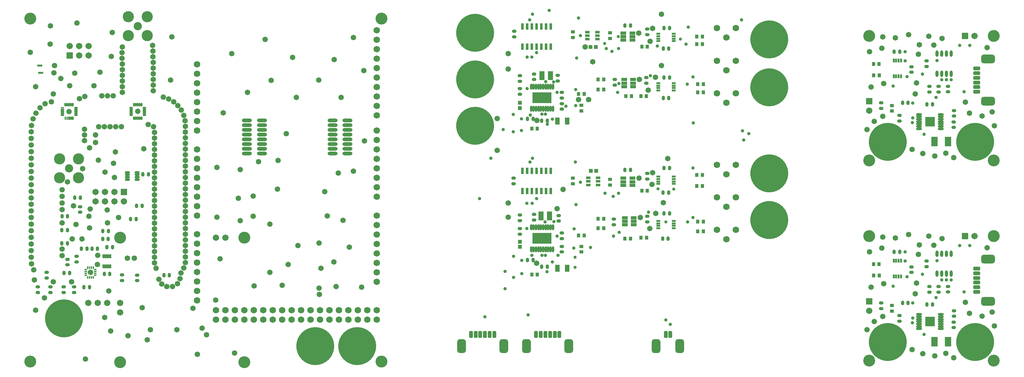
<source format=gts>
%FSLAX25Y25*%
%MOIN*%
G70*
G01*
G75*
G04 Layer_Color=8388736*
%ADD10O,0.02362X0.05906*%
G04:AMPARAMS|DCode=11|XSize=23.62mil|YSize=35.43mil|CornerRadius=5.91mil|HoleSize=0mil|Usage=FLASHONLY|Rotation=180.000|XOffset=0mil|YOffset=0mil|HoleType=Round|Shape=RoundedRectangle|*
%AMROUNDEDRECTD11*
21,1,0.02362,0.02362,0,0,180.0*
21,1,0.01181,0.03543,0,0,180.0*
1,1,0.01181,-0.00591,0.01181*
1,1,0.01181,0.00591,0.01181*
1,1,0.01181,0.00591,-0.01181*
1,1,0.01181,-0.00591,-0.01181*
%
%ADD11ROUNDEDRECTD11*%
%ADD12R,0.01654X0.03500*%
%ADD13R,0.03543X0.02756*%
G04:AMPARAMS|DCode=14|XSize=23.62mil|YSize=35.43mil|CornerRadius=5.91mil|HoleSize=0mil|Usage=FLASHONLY|Rotation=270.000|XOffset=0mil|YOffset=0mil|HoleType=Round|Shape=RoundedRectangle|*
%AMROUNDEDRECTD14*
21,1,0.02362,0.02362,0,0,270.0*
21,1,0.01181,0.03543,0,0,270.0*
1,1,0.01181,-0.01181,-0.00591*
1,1,0.01181,-0.01181,0.00591*
1,1,0.01181,0.01181,0.00591*
1,1,0.01181,0.01181,-0.00591*
%
%ADD14ROUNDEDRECTD14*%
%ADD15R,0.05906X0.09449*%
%ADD16R,0.09685X0.09095*%
%ADD17O,0.05512X0.01772*%
%ADD18R,0.02756X0.03543*%
G04:AMPARAMS|DCode=19|XSize=31.5mil|YSize=66.93mil|CornerRadius=7.87mil|HoleSize=0mil|Usage=FLASHONLY|Rotation=90.000|XOffset=0mil|YOffset=0mil|HoleType=Round|Shape=RoundedRectangle|*
%AMROUNDEDRECTD19*
21,1,0.03150,0.05118,0,0,90.0*
21,1,0.01575,0.06693,0,0,90.0*
1,1,0.01575,0.02559,0.00787*
1,1,0.01575,0.02559,-0.00787*
1,1,0.01575,-0.02559,-0.00787*
1,1,0.01575,-0.02559,0.00787*
%
%ADD19ROUNDEDRECTD19*%
G04:AMPARAMS|DCode=20|XSize=82.68mil|YSize=137.8mil|CornerRadius=20.67mil|HoleSize=0mil|Usage=FLASHONLY|Rotation=90.000|XOffset=0mil|YOffset=0mil|HoleType=Round|Shape=RoundedRectangle|*
%AMROUNDEDRECTD20*
21,1,0.08268,0.09646,0,0,90.0*
21,1,0.04134,0.13780,0,0,90.0*
1,1,0.04134,0.04823,0.02067*
1,1,0.04134,0.04823,-0.02067*
1,1,0.04134,-0.04823,-0.02067*
1,1,0.04134,-0.04823,0.02067*
%
%ADD20ROUNDEDRECTD20*%
%ADD21C,0.01181*%
%ADD22C,0.00787*%
%ADD23C,0.01969*%
%ADD24C,0.04331*%
%ADD25C,0.07874*%
%ADD26C,0.05512*%
%ADD27C,0.04724*%
%ADD28C,0.05906*%
%ADD29C,0.01000*%
%ADD30C,0.11798*%
%ADD31O,0.09843X0.02953*%
%ADD32O,0.04803X0.01575*%
%ADD33R,0.08661X0.03150*%
%ADD34O,0.01102X0.02520*%
%ADD35O,0.02520X0.01102*%
%ADD36O,0.00984X0.03189*%
%ADD37O,0.03189X0.00984*%
%ADD38R,0.01969X0.01181*%
%ADD39C,0.03937*%
%ADD40C,0.07087*%
%ADD41C,0.11794*%
%ADD42C,0.01102*%
%ADD43R,0.08071X0.08268*%
%ADD44R,0.07185X0.07677*%
%ADD45R,0.02362X0.05906*%
%ADD46R,0.04331X0.06693*%
%ADD47R,0.04449X0.08740*%
%ADD48R,0.03543X0.03150*%
%ADD49R,0.19488X0.10787*%
%ADD50O,0.01772X0.05512*%
%ADD51R,0.04331X0.02362*%
%ADD52R,0.05118X0.02756*%
%ADD53R,0.03500X0.01654*%
G04:AMPARAMS|DCode=54|XSize=31.5mil|YSize=66.93mil|CornerRadius=7.87mil|HoleSize=0mil|Usage=FLASHONLY|Rotation=0.000|XOffset=0mil|YOffset=0mil|HoleType=Round|Shape=RoundedRectangle|*
%AMROUNDEDRECTD54*
21,1,0.03150,0.05118,0,0,0.0*
21,1,0.01575,0.06693,0,0,0.0*
1,1,0.01575,0.00787,-0.02559*
1,1,0.01575,-0.00787,-0.02559*
1,1,0.01575,-0.00787,0.02559*
1,1,0.01575,0.00787,0.02559*
%
%ADD54ROUNDEDRECTD54*%
G04:AMPARAMS|DCode=55|XSize=82.68mil|YSize=137.8mil|CornerRadius=20.67mil|HoleSize=0mil|Usage=FLASHONLY|Rotation=0.000|XOffset=0mil|YOffset=0mil|HoleType=Round|Shape=RoundedRectangle|*
%AMROUNDEDRECTD55*
21,1,0.08268,0.09646,0,0,0.0*
21,1,0.04134,0.13780,0,0,0.0*
1,1,0.04134,0.02067,-0.04823*
1,1,0.04134,-0.02067,-0.04823*
1,1,0.04134,-0.02067,0.04823*
1,1,0.04134,0.02067,0.04823*
%
%ADD55ROUNDEDRECTD55*%
%ADD56R,0.03150X0.03543*%
%ADD57C,0.02756*%
%ADD58C,0.01575*%
%ADD59C,0.02362*%
%ADD60C,0.03150*%
%ADD61C,0.01772*%
%ADD62C,0.03543*%
%ADD63C,0.39370*%
%ADD64C,0.05906*%
%ADD65R,0.05906X0.05906*%
%ADD66R,0.05906X0.05906*%
%ADD67C,0.11811*%
%ADD68C,0.05000*%
%ADD69C,0.02756*%
%ADD70C,0.06000*%
%ADD71C,0.11024*%
%ADD72C,0.07874*%
%ADD73C,0.02559*%
%ADD74C,0.00984*%
%ADD75C,0.00492*%
%ADD76C,0.00394*%
%ADD77O,0.03162X0.06706*%
G04:AMPARAMS|DCode=78|XSize=31.62mil|YSize=43.43mil|CornerRadius=9.91mil|HoleSize=0mil|Usage=FLASHONLY|Rotation=180.000|XOffset=0mil|YOffset=0mil|HoleType=Round|Shape=RoundedRectangle|*
%AMROUNDEDRECTD78*
21,1,0.03162,0.02362,0,0,180.0*
21,1,0.01181,0.04343,0,0,180.0*
1,1,0.01981,-0.00591,0.01181*
1,1,0.01981,0.00591,0.01181*
1,1,0.01981,0.00591,-0.01181*
1,1,0.01981,-0.00591,-0.01181*
%
%ADD78ROUNDEDRECTD78*%
%ADD79R,0.02454X0.04300*%
%ADD80R,0.04343X0.03556*%
G04:AMPARAMS|DCode=81|XSize=31.62mil|YSize=43.43mil|CornerRadius=9.91mil|HoleSize=0mil|Usage=FLASHONLY|Rotation=270.000|XOffset=0mil|YOffset=0mil|HoleType=Round|Shape=RoundedRectangle|*
%AMROUNDEDRECTD81*
21,1,0.03162,0.02362,0,0,270.0*
21,1,0.01181,0.04343,0,0,270.0*
1,1,0.01981,-0.01181,-0.00591*
1,1,0.01981,-0.01181,0.00591*
1,1,0.01981,0.01181,0.00591*
1,1,0.01981,0.01181,-0.00591*
%
%ADD81ROUNDEDRECTD81*%
%ADD82R,0.06706X0.10249*%
%ADD83R,0.10485X0.09894*%
%ADD84O,0.06312X0.02572*%
%ADD85R,0.03556X0.04343*%
G04:AMPARAMS|DCode=86|XSize=39.5mil|YSize=74.93mil|CornerRadius=11.87mil|HoleSize=0mil|Usage=FLASHONLY|Rotation=90.000|XOffset=0mil|YOffset=0mil|HoleType=Round|Shape=RoundedRectangle|*
%AMROUNDEDRECTD86*
21,1,0.03950,0.05118,0,0,90.0*
21,1,0.01575,0.07493,0,0,90.0*
1,1,0.02375,0.02559,0.00787*
1,1,0.02375,0.02559,-0.00787*
1,1,0.02375,-0.02559,-0.00787*
1,1,0.02375,-0.02559,0.00787*
%
%ADD86ROUNDEDRECTD86*%
G04:AMPARAMS|DCode=87|XSize=90.68mil|YSize=145.79mil|CornerRadius=24.67mil|HoleSize=0mil|Usage=FLASHONLY|Rotation=90.000|XOffset=0mil|YOffset=0mil|HoleType=Round|Shape=RoundedRectangle|*
%AMROUNDEDRECTD87*
21,1,0.09068,0.09646,0,0,90.0*
21,1,0.04134,0.14579,0,0,90.0*
1,1,0.04934,0.04823,0.02067*
1,1,0.04934,0.04823,-0.02067*
1,1,0.04934,-0.04823,-0.02067*
1,1,0.04934,-0.04823,0.02067*
%
%ADD87ROUNDEDRECTD87*%
%ADD88O,0.10642X0.03753*%
%ADD89O,0.05603X0.02375*%
%ADD90R,0.09461X0.03950*%
%ADD91O,0.01496X0.02913*%
%ADD92O,0.02913X0.01496*%
%ADD93O,0.01784X0.03989*%
%ADD94O,0.03989X0.01784*%
%ADD95O,0.01575X0.03780*%
%ADD96O,0.03780X0.01575*%
%ADD97R,0.02769X0.01981*%
%ADD98R,0.03162X0.06706*%
%ADD99R,0.05131X0.07493*%
%ADD100R,0.05249X0.09540*%
%ADD101R,0.04343X0.03950*%
%ADD102R,0.20288X0.11587*%
%ADD103O,0.02572X0.06312*%
%ADD104R,0.05131X0.03162*%
%ADD105R,0.05918X0.03556*%
%ADD106R,0.04300X0.02454*%
G04:AMPARAMS|DCode=107|XSize=39.5mil|YSize=74.93mil|CornerRadius=11.87mil|HoleSize=0mil|Usage=FLASHONLY|Rotation=0.000|XOffset=0mil|YOffset=0mil|HoleType=Round|Shape=RoundedRectangle|*
%AMROUNDEDRECTD107*
21,1,0.03950,0.05118,0,0,0.0*
21,1,0.01575,0.07493,0,0,0.0*
1,1,0.02375,0.00787,-0.02559*
1,1,0.02375,-0.00787,-0.02559*
1,1,0.02375,-0.00787,0.02559*
1,1,0.02375,0.00787,0.02559*
%
%ADD107ROUNDEDRECTD107*%
G04:AMPARAMS|DCode=108|XSize=90.68mil|YSize=145.79mil|CornerRadius=24.67mil|HoleSize=0mil|Usage=FLASHONLY|Rotation=0.000|XOffset=0mil|YOffset=0mil|HoleType=Round|Shape=RoundedRectangle|*
%AMROUNDEDRECTD108*
21,1,0.09068,0.09646,0,0,0.0*
21,1,0.04134,0.14579,0,0,0.0*
1,1,0.04934,0.02067,-0.04823*
1,1,0.04934,-0.02067,-0.04823*
1,1,0.04934,-0.02067,0.04823*
1,1,0.04934,0.02067,0.04823*
%
%ADD108ROUNDEDRECTD108*%
%ADD109R,0.03950X0.04343*%
%ADD110C,0.40170*%
%ADD111C,0.06706*%
%ADD112R,0.06706X0.06706*%
%ADD113R,0.06706X0.06706*%
%ADD114C,0.12611*%
%ADD115C,0.05800*%
%ADD116C,0.03556*%
%ADD117C,0.06800*%
%ADD118C,0.11824*%
%ADD119C,0.08674*%
%ADD120C,0.03359*%
D77*
X1142736Y278543D02*
D03*
X1137736D02*
D03*
X1132736D02*
D03*
X1127736D02*
D03*
X1142736Y257283D02*
D03*
X1137736D02*
D03*
X1132736D02*
D03*
X1127736D02*
D03*
X1142736Y490158D02*
D03*
X1137736D02*
D03*
X1132736D02*
D03*
X1127736D02*
D03*
X1142736Y468898D02*
D03*
X1137736D02*
D03*
X1132736D02*
D03*
X1127736D02*
D03*
D78*
X1082480Y280413D02*
D03*
X1088386D02*
D03*
X1117224Y224803D02*
D03*
X1123130D02*
D03*
X1091437Y226477D02*
D03*
X1097342D02*
D03*
X294193Y362402D02*
D03*
X288287D02*
D03*
X281201Y315158D02*
D03*
X275295D02*
D03*
X202793Y318234D02*
D03*
X208698D02*
D03*
X202537Y303547D02*
D03*
X208443D02*
D03*
X202537Y289374D02*
D03*
X208443D02*
D03*
X210827Y258169D02*
D03*
X204921D02*
D03*
X316287Y255726D02*
D03*
X310382D02*
D03*
X256059Y285252D02*
D03*
X250153D02*
D03*
X251870Y302263D02*
D03*
X245965D02*
D03*
X245768Y294193D02*
D03*
X251673D02*
D03*
X234449Y283859D02*
D03*
X240354D02*
D03*
X229099Y283734D02*
D03*
X223193D02*
D03*
X231798Y242934D02*
D03*
X225893D02*
D03*
X247462Y256909D02*
D03*
X253368D02*
D03*
X222098Y337834D02*
D03*
X216193D02*
D03*
X281693Y328937D02*
D03*
X287598D02*
D03*
X694882Y271851D02*
D03*
X700787D02*
D03*
X838189Y343111D02*
D03*
X844094D02*
D03*
X837795Y294292D02*
D03*
X843701D02*
D03*
X839370Y321063D02*
D03*
X845276D02*
D03*
X798032Y519882D02*
D03*
X803937D02*
D03*
X694882Y421063D02*
D03*
X700787D02*
D03*
X715748Y419094D02*
D03*
X709842D02*
D03*
X838386Y443111D02*
D03*
X844291D02*
D03*
X839370Y464764D02*
D03*
X845276D02*
D03*
X839370Y516929D02*
D03*
X845276D02*
D03*
X838386Y495276D02*
D03*
X844291D02*
D03*
X715748Y264763D02*
D03*
X709842D02*
D03*
X839370Y369095D02*
D03*
X845276D02*
D03*
X798032Y367126D02*
D03*
X803937D02*
D03*
X1082480Y492027D02*
D03*
X1088386D02*
D03*
X1117224Y436417D02*
D03*
X1123130D02*
D03*
X1091437Y438091D02*
D03*
X1097342D02*
D03*
D79*
X1089764Y270986D02*
D03*
X1087205D02*
D03*
X1084646D02*
D03*
X1082087D02*
D03*
X1089764Y254408D02*
D03*
X1087205D02*
D03*
X1084646D02*
D03*
X1082087D02*
D03*
X1089764Y482600D02*
D03*
X1087205D02*
D03*
X1084646D02*
D03*
X1082087D02*
D03*
X1089764Y466022D02*
D03*
X1087205D02*
D03*
X1084646D02*
D03*
X1082087D02*
D03*
D80*
X1080217Y223622D02*
D03*
Y217717D02*
D03*
X742913Y507087D02*
D03*
Y512992D02*
D03*
X782283Y512008D02*
D03*
Y506102D02*
D03*
X751772Y286221D02*
D03*
Y280315D02*
D03*
X782283Y357087D02*
D03*
Y351181D02*
D03*
X742913Y352362D02*
D03*
Y358268D02*
D03*
X751772Y435433D02*
D03*
Y429528D02*
D03*
X1080217Y435236D02*
D03*
Y429331D02*
D03*
D81*
X1068898Y220472D02*
D03*
Y226378D02*
D03*
X1145768Y218209D02*
D03*
Y212303D02*
D03*
X1145571Y206201D02*
D03*
Y200295D02*
D03*
X1139469Y243898D02*
D03*
Y237992D02*
D03*
X1129528Y243701D02*
D03*
Y237795D02*
D03*
X1119783D02*
D03*
Y243701D02*
D03*
X1116732Y270669D02*
D03*
Y264764D02*
D03*
X1100885Y264567D02*
D03*
Y258661D02*
D03*
X1088090Y207087D02*
D03*
Y212992D02*
D03*
X177345Y237381D02*
D03*
Y243287D02*
D03*
X190445Y237481D02*
D03*
Y243387D02*
D03*
X204545Y237481D02*
D03*
Y243387D02*
D03*
X215445Y237481D02*
D03*
Y243387D02*
D03*
X266163Y250019D02*
D03*
Y255925D02*
D03*
X282145Y249981D02*
D03*
Y255887D02*
D03*
X218146Y275687D02*
D03*
Y269781D02*
D03*
X208546Y266581D02*
D03*
Y272487D02*
D03*
X186417Y258661D02*
D03*
Y252756D02*
D03*
X221745Y328187D02*
D03*
Y322281D02*
D03*
X731102Y280315D02*
D03*
Y286221D02*
D03*
X731103Y300394D02*
D03*
Y294488D02*
D03*
X727756Y318898D02*
D03*
Y312992D02*
D03*
X701772Y320079D02*
D03*
Y314173D02*
D03*
X686811Y313386D02*
D03*
Y319291D02*
D03*
Y299213D02*
D03*
Y305118D02*
D03*
X821456Y312205D02*
D03*
Y318110D02*
D03*
X821653Y510039D02*
D03*
Y515945D02*
D03*
X726969Y466929D02*
D03*
Y461024D02*
D03*
X701772Y468504D02*
D03*
Y462598D02*
D03*
X686811Y460827D02*
D03*
Y466732D02*
D03*
Y447047D02*
D03*
Y452953D02*
D03*
X731102Y431299D02*
D03*
Y437205D02*
D03*
X731103Y449016D02*
D03*
Y443110D02*
D03*
X787205Y462598D02*
D03*
Y456693D02*
D03*
X820669Y458858D02*
D03*
Y464764D02*
D03*
X786221Y314961D02*
D03*
Y309055D02*
D03*
X821653Y357480D02*
D03*
Y363386D02*
D03*
X680118Y352362D02*
D03*
Y358268D02*
D03*
X680905Y507874D02*
D03*
Y513779D02*
D03*
X1068898Y432087D02*
D03*
Y437992D02*
D03*
X1145768Y429823D02*
D03*
Y423917D02*
D03*
X1145571Y417815D02*
D03*
Y411909D02*
D03*
X1139469Y455512D02*
D03*
Y449606D02*
D03*
X1129528Y455315D02*
D03*
Y449409D02*
D03*
X1119783D02*
D03*
Y455315D02*
D03*
X1116732Y482283D02*
D03*
Y476378D02*
D03*
X1100885Y476181D02*
D03*
Y470276D02*
D03*
X1088090Y418701D02*
D03*
Y424606D02*
D03*
D82*
X1139665Y185531D02*
D03*
X1125098D02*
D03*
X1139665Y397146D02*
D03*
X1125098D02*
D03*
D83*
X1120374Y206594D02*
D03*
Y418209D02*
D03*
D84*
X1131988Y198917D02*
D03*
Y201476D02*
D03*
Y204035D02*
D03*
Y206594D02*
D03*
Y209154D02*
D03*
Y211713D02*
D03*
Y214272D02*
D03*
X1108760Y198917D02*
D03*
Y201476D02*
D03*
Y204035D02*
D03*
Y206594D02*
D03*
Y209154D02*
D03*
Y211713D02*
D03*
Y214272D02*
D03*
X1131988Y410532D02*
D03*
Y413091D02*
D03*
Y415650D02*
D03*
Y418209D02*
D03*
Y420768D02*
D03*
Y423327D02*
D03*
Y425886D02*
D03*
X1108760Y410532D02*
D03*
Y413091D02*
D03*
Y415650D02*
D03*
Y418209D02*
D03*
Y420768D02*
D03*
Y423327D02*
D03*
Y425886D02*
D03*
D85*
X1066634Y267520D02*
D03*
X1060728D02*
D03*
X1060925Y255512D02*
D03*
X1066831D02*
D03*
X705315Y256496D02*
D03*
X699409D02*
D03*
X748819Y297835D02*
D03*
X754724D02*
D03*
X798032Y294291D02*
D03*
X803937D02*
D03*
X820866Y295473D02*
D03*
X814961D02*
D03*
X879724Y361614D02*
D03*
X873819D02*
D03*
X873819Y350197D02*
D03*
X879724D02*
D03*
X880709Y312402D02*
D03*
X874803D02*
D03*
X874803Y302165D02*
D03*
X880709D02*
D03*
X769488Y462795D02*
D03*
X775394D02*
D03*
X769488Y451968D02*
D03*
X775394D02*
D03*
X873819Y500197D02*
D03*
X879724D02*
D03*
X799016Y445079D02*
D03*
X804921D02*
D03*
X821654Y497244D02*
D03*
X815748D02*
D03*
X820669Y445079D02*
D03*
X814764D02*
D03*
X874803Y449016D02*
D03*
X880709D02*
D03*
X880709Y457874D02*
D03*
X874803D02*
D03*
X873819Y508071D02*
D03*
X879724D02*
D03*
X705315Y410827D02*
D03*
X699409D02*
D03*
X769488Y315551D02*
D03*
X775394D02*
D03*
X769488Y305315D02*
D03*
X775394D02*
D03*
X821654Y345079D02*
D03*
X815748D02*
D03*
X748819Y447441D02*
D03*
X754724D02*
D03*
X1066634Y479134D02*
D03*
X1060728D02*
D03*
X1060925Y467126D02*
D03*
X1066831D02*
D03*
D86*
X1169783Y262697D02*
D03*
Y238090D02*
D03*
Y257776D02*
D03*
Y252854D02*
D03*
Y247933D02*
D03*
Y243012D02*
D03*
Y474311D02*
D03*
Y449705D02*
D03*
Y469390D02*
D03*
Y464468D02*
D03*
Y459547D02*
D03*
Y454626D02*
D03*
D87*
X1181988Y228051D02*
D03*
Y272736D02*
D03*
Y439665D02*
D03*
Y484350D02*
D03*
D88*
X488878Y419488D02*
D03*
Y414488D02*
D03*
Y409488D02*
D03*
Y404488D02*
D03*
Y399488D02*
D03*
Y394488D02*
D03*
Y389488D02*
D03*
Y384488D02*
D03*
X504626Y419488D02*
D03*
Y414488D02*
D03*
Y409488D02*
D03*
Y404488D02*
D03*
Y399488D02*
D03*
Y394488D02*
D03*
Y389488D02*
D03*
Y384488D02*
D03*
X398327Y419488D02*
D03*
Y414488D02*
D03*
Y409488D02*
D03*
Y404488D02*
D03*
Y399488D02*
D03*
Y394488D02*
D03*
Y389488D02*
D03*
Y384488D02*
D03*
X414075Y419488D02*
D03*
Y414488D02*
D03*
Y409488D02*
D03*
Y404488D02*
D03*
Y399488D02*
D03*
Y394488D02*
D03*
Y389488D02*
D03*
Y384488D02*
D03*
D89*
X271772Y364567D02*
D03*
Y362008D02*
D03*
Y359449D02*
D03*
Y356890D02*
D03*
X282087Y364567D02*
D03*
Y362008D02*
D03*
Y359449D02*
D03*
Y356890D02*
D03*
D90*
X250146Y275749D02*
D03*
Y265119D02*
D03*
D91*
X229922Y263780D02*
D03*
X231890D02*
D03*
X233858D02*
D03*
X235827D02*
D03*
Y253543D02*
D03*
X233858D02*
D03*
X231890D02*
D03*
X229922D02*
D03*
D92*
X237992Y261614D02*
D03*
Y259646D02*
D03*
Y257677D02*
D03*
Y255709D02*
D03*
X227756D02*
D03*
Y257677D02*
D03*
Y259646D02*
D03*
Y261614D02*
D03*
D93*
X206339Y436063D02*
D03*
X208307D02*
D03*
X210276D02*
D03*
X212244D02*
D03*
X214213D02*
D03*
Y421811D02*
D03*
X212244D02*
D03*
X210276D02*
D03*
X286772D02*
D03*
X284803D02*
D03*
X282835D02*
D03*
X280866D02*
D03*
X278898D02*
D03*
Y436063D02*
D03*
X280866D02*
D03*
X282835D02*
D03*
X284803D02*
D03*
X286772D02*
D03*
D94*
X217402Y432874D02*
D03*
Y430906D02*
D03*
Y428937D02*
D03*
Y426969D02*
D03*
Y425000D02*
D03*
X203150D02*
D03*
Y426969D02*
D03*
Y428937D02*
D03*
Y430906D02*
D03*
X275709Y425000D02*
D03*
Y426968D02*
D03*
Y428937D02*
D03*
Y430905D02*
D03*
Y432874D02*
D03*
X289961D02*
D03*
Y430905D02*
D03*
Y428937D02*
D03*
Y426968D02*
D03*
Y425000D02*
D03*
D95*
X208307Y421811D02*
D03*
X206339D02*
D03*
D96*
X203150Y432874D02*
D03*
D97*
X181496Y469587D02*
D03*
X178740D02*
D03*
X180610Y477264D02*
D03*
X177854D02*
D03*
D98*
X719528Y365945D02*
D03*
X714528D02*
D03*
X709528D02*
D03*
X704528D02*
D03*
X699528D02*
D03*
X694528D02*
D03*
X689528D02*
D03*
X719528Y344685D02*
D03*
X714528D02*
D03*
X709528D02*
D03*
X704528D02*
D03*
X699528D02*
D03*
X694528D02*
D03*
X689528D02*
D03*
X719528Y518701D02*
D03*
X714528D02*
D03*
X709528D02*
D03*
X704528D02*
D03*
X699528D02*
D03*
X694528D02*
D03*
X689528D02*
D03*
X719528Y497441D02*
D03*
X714528D02*
D03*
X709528D02*
D03*
X704528D02*
D03*
X699528D02*
D03*
X694528D02*
D03*
X689528D02*
D03*
D99*
X726378Y263189D02*
D03*
X737008D02*
D03*
X726378Y418701D02*
D03*
X737008D02*
D03*
D100*
X718051Y318307D02*
D03*
X709114D02*
D03*
X719232Y466732D02*
D03*
X710295D02*
D03*
D101*
X686811Y291142D02*
D03*
Y285630D02*
D03*
Y437992D02*
D03*
Y432480D02*
D03*
D102*
X710236Y294685D02*
D03*
Y443307D02*
D03*
D103*
X721752Y306299D02*
D03*
X719193D02*
D03*
X716634D02*
D03*
X714075D02*
D03*
X711516D02*
D03*
X708957D02*
D03*
X706398D02*
D03*
X703839D02*
D03*
X701280D02*
D03*
X698721D02*
D03*
X721752Y283071D02*
D03*
X719193D02*
D03*
X716634D02*
D03*
X714075D02*
D03*
X711516D02*
D03*
X708957D02*
D03*
X706398D02*
D03*
X703839D02*
D03*
X701280D02*
D03*
X698721D02*
D03*
X721752Y454921D02*
D03*
X719193D02*
D03*
X716634D02*
D03*
X714075D02*
D03*
X711516D02*
D03*
X708957D02*
D03*
X706398D02*
D03*
X703839D02*
D03*
X701280D02*
D03*
X698721D02*
D03*
X721752Y431693D02*
D03*
X719193D02*
D03*
X716634D02*
D03*
X714075D02*
D03*
X711516D02*
D03*
X708957D02*
D03*
X706398D02*
D03*
X703839D02*
D03*
X701280D02*
D03*
X698721D02*
D03*
D104*
X769685Y351181D02*
D03*
Y354921D02*
D03*
Y358661D02*
D03*
X759055D02*
D03*
Y354921D02*
D03*
Y351181D02*
D03*
X758268Y505315D02*
D03*
Y509055D02*
D03*
Y512795D02*
D03*
X768898D02*
D03*
Y509055D02*
D03*
Y505315D02*
D03*
D105*
X805709Y358268D02*
D03*
Y354528D02*
D03*
Y350787D02*
D03*
X796260D02*
D03*
Y354528D02*
D03*
Y358268D02*
D03*
X807283Y316535D02*
D03*
Y312795D02*
D03*
Y309055D02*
D03*
X797835D02*
D03*
Y312795D02*
D03*
Y316535D02*
D03*
X806693Y462598D02*
D03*
Y458858D02*
D03*
Y455118D02*
D03*
X797244D02*
D03*
Y458858D02*
D03*
Y462598D02*
D03*
X805709Y511811D02*
D03*
Y508071D02*
D03*
Y504331D02*
D03*
X796260D02*
D03*
Y508071D02*
D03*
Y511811D02*
D03*
D106*
X833049Y313091D02*
D03*
Y310531D02*
D03*
Y307972D02*
D03*
Y305413D02*
D03*
X849628Y313091D02*
D03*
Y310531D02*
D03*
Y307972D02*
D03*
Y305413D02*
D03*
Y503248D02*
D03*
Y505807D02*
D03*
Y508366D02*
D03*
Y510925D02*
D03*
X833049Y503248D02*
D03*
Y505807D02*
D03*
Y508366D02*
D03*
Y510925D02*
D03*
X849628Y451083D02*
D03*
Y453642D02*
D03*
Y456201D02*
D03*
Y458760D02*
D03*
X833049Y451083D02*
D03*
Y453642D02*
D03*
Y456201D02*
D03*
Y458760D02*
D03*
Y359941D02*
D03*
Y357382D02*
D03*
Y354823D02*
D03*
Y352264D02*
D03*
X849628Y359941D02*
D03*
Y357382D02*
D03*
Y354823D02*
D03*
Y352264D02*
D03*
D107*
X659744Y193110D02*
D03*
X635138D02*
D03*
X654823D02*
D03*
X649902D02*
D03*
X644980D02*
D03*
X640059D02*
D03*
X841043D02*
D03*
X845965D02*
D03*
X728642D02*
D03*
X704036D02*
D03*
X723721D02*
D03*
X718799D02*
D03*
X713878D02*
D03*
X708957D02*
D03*
D108*
X625098Y180905D02*
D03*
X669783D02*
D03*
X856004D02*
D03*
X831004D02*
D03*
X693996D02*
D03*
X738681D02*
D03*
D109*
X761614Y497047D02*
D03*
X767126D02*
D03*
X762008Y365945D02*
D03*
X767520D02*
D03*
D110*
X1168110Y185236D02*
D03*
X1075984D02*
D03*
X514764Y180610D02*
D03*
X204823Y210138D02*
D03*
X470677Y180610D02*
D03*
X950504Y314173D02*
D03*
Y363386D02*
D03*
Y505059D02*
D03*
Y454559D02*
D03*
X639567Y462795D02*
D03*
Y413583D02*
D03*
Y512008D02*
D03*
X1168110Y396850D02*
D03*
X1075984D02*
D03*
D111*
X1167579Y297047D02*
D03*
X1056299Y218051D02*
D03*
X375453Y295374D02*
D03*
X365492D02*
D03*
X268283Y333747D02*
D03*
X258283Y343747D02*
D03*
Y333747D02*
D03*
X248283Y343747D02*
D03*
Y333747D02*
D03*
X238283Y343747D02*
D03*
Y333747D02*
D03*
X250446Y226434D02*
D03*
X240446D02*
D03*
X230446D02*
D03*
X231024Y498189D02*
D03*
Y488189D02*
D03*
X221024Y498189D02*
D03*
Y488189D02*
D03*
X211024Y498189D02*
D03*
X264173Y216378D02*
D03*
Y226378D02*
D03*
X1167579Y508661D02*
D03*
X1056299Y429665D02*
D03*
D112*
X1157579Y297047D02*
D03*
X268283Y343747D02*
D03*
X211024Y488189D02*
D03*
X1157579Y508661D02*
D03*
D113*
X1056299Y228051D02*
D03*
Y439665D02*
D03*
D114*
Y297047D02*
D03*
X1187795D02*
D03*
X1056299Y165551D02*
D03*
X1187795Y165551D02*
D03*
X169291Y526968D02*
D03*
X540453Y526968D02*
D03*
X540453Y164370D02*
D03*
X169291D02*
D03*
X264173Y295374D02*
D03*
X395669D02*
D03*
Y163878D02*
D03*
X264173D02*
D03*
X1056299Y508661D02*
D03*
X1187795D02*
D03*
X1056299Y377165D02*
D03*
X1187795Y377165D02*
D03*
D115*
X1083858Y295177D02*
D03*
X1108071Y277658D02*
D03*
X1181004Y284646D02*
D03*
X1056496Y280413D02*
D03*
X1058268Y243209D02*
D03*
X1104921Y235925D02*
D03*
X1106299Y247441D02*
D03*
X1071653Y246752D02*
D03*
X1054035Y198031D02*
D03*
X1061417Y206791D02*
D03*
X1070571Y212008D02*
D03*
X1125591Y170276D02*
D03*
X1101378Y176969D02*
D03*
X1112992Y172736D02*
D03*
X1137303Y173031D02*
D03*
X1145571Y168504D02*
D03*
X1162106Y215551D02*
D03*
X1157874Y227067D02*
D03*
X1175394Y212402D02*
D03*
X1188386Y202165D02*
D03*
X1186319Y216634D02*
D03*
X1124606Y287402D02*
D03*
X1133366Y294488D02*
D03*
X1109153Y287795D02*
D03*
X1097933Y298622D02*
D03*
X1069488Y284252D02*
D03*
X1070571Y296161D02*
D03*
X1119291Y296949D02*
D03*
X211024Y456201D02*
D03*
X474803Y235531D02*
D03*
X474705Y242126D02*
D03*
X417520Y504921D02*
D03*
X190256Y500098D02*
D03*
X248327Y364665D02*
D03*
X173524Y250886D02*
D03*
X289370Y389272D02*
D03*
X217520Y309547D02*
D03*
X262402Y316732D02*
D03*
X252362Y238976D02*
D03*
X242815Y470472D02*
D03*
X241339Y377362D02*
D03*
X259055Y385925D02*
D03*
X257283Y374114D02*
D03*
X494882Y363878D02*
D03*
X476673Y263189D02*
D03*
X492421Y243799D02*
D03*
X385039Y173425D02*
D03*
X292913Y187303D02*
D03*
X184055Y231791D02*
D03*
X175000Y218701D02*
D03*
X254232Y196850D02*
D03*
X227461Y167224D02*
D03*
X272539Y191634D02*
D03*
X193602Y447539D02*
D03*
X175000Y455217D02*
D03*
X218406Y522539D02*
D03*
X190453Y519291D02*
D03*
X254724Y487008D02*
D03*
X255709Y512500D02*
D03*
X373130Y427362D02*
D03*
X430413Y346752D02*
D03*
X439961Y405413D02*
D03*
X474311Y462205D02*
D03*
X497736Y443602D02*
D03*
X423721Y461811D02*
D03*
X382185Y489961D02*
D03*
X490551Y483760D02*
D03*
X450394Y443602D02*
D03*
X446654Y486122D02*
D03*
X398917Y448917D02*
D03*
X366437Y369587D02*
D03*
X389370Y337205D02*
D03*
X366437Y317126D02*
D03*
X248031Y211221D02*
D03*
X341240Y220866D02*
D03*
X296358Y198130D02*
D03*
X345965Y171949D02*
D03*
X405807Y244488D02*
D03*
X404823Y339469D02*
D03*
X410532Y375787D02*
D03*
X391240Y367421D02*
D03*
X404823Y318012D02*
D03*
X442028Y267224D02*
D03*
X435433Y244980D02*
D03*
X422638Y258661D02*
D03*
X452264Y287106D02*
D03*
X483071Y318504D02*
D03*
X506693Y285433D02*
D03*
X510925Y365748D02*
D03*
X480413Y344193D02*
D03*
X499803Y313780D02*
D03*
X474606Y289665D02*
D03*
X490354Y269685D02*
D03*
X422421Y309724D02*
D03*
X194291Y469587D02*
D03*
X194882Y477362D02*
D03*
X250746Y311234D02*
D03*
X258184Y359147D02*
D03*
X231246Y317934D02*
D03*
X271752Y273622D02*
D03*
X279134D02*
D03*
X216043Y469488D02*
D03*
X350886Y199803D02*
D03*
X355610Y192717D02*
D03*
X240158Y266929D02*
D03*
X238090Y404134D02*
D03*
X202751Y346005D02*
D03*
Y339036D02*
D03*
Y332068D02*
D03*
Y325099D02*
D03*
Y311162D02*
D03*
Y283288D02*
D03*
Y276320D02*
D03*
X212757Y248658D02*
D03*
X193504Y248622D02*
D03*
X172844Y261342D02*
D03*
X170465Y267892D02*
D03*
X170084Y274850D02*
D03*
Y281819D02*
D03*
Y288787D02*
D03*
Y295756D02*
D03*
Y302724D02*
D03*
Y309693D02*
D03*
Y316661D02*
D03*
Y323630D02*
D03*
Y330598D02*
D03*
Y337567D02*
D03*
Y344535D02*
D03*
Y351504D02*
D03*
Y358472D02*
D03*
Y365441D02*
D03*
Y372409D02*
D03*
Y379378D02*
D03*
Y386346D02*
D03*
Y393315D02*
D03*
Y400283D02*
D03*
Y407252D02*
D03*
X170550Y414205D02*
D03*
X172286Y420953D02*
D03*
X175314Y427230D02*
D03*
X179511Y432792D02*
D03*
X184968Y437126D02*
D03*
X191619Y439205D02*
D03*
X226439Y410154D02*
D03*
X226432Y404154D02*
D03*
X226395Y398154D02*
D03*
X224605Y368520D02*
D03*
X208427Y354472D02*
D03*
X318898Y507874D02*
D03*
X298398Y498737D02*
D03*
X299014Y492769D02*
D03*
X299027Y486769D02*
D03*
X299040Y480769D02*
D03*
X299053Y474769D02*
D03*
X299066Y468769D02*
D03*
X299079Y462769D02*
D03*
X299092Y456769D02*
D03*
X299105Y450769D02*
D03*
X266442Y449076D02*
D03*
X266429Y455076D02*
D03*
X266416Y461076D02*
D03*
X266403Y467076D02*
D03*
X266390Y473076D02*
D03*
X266377Y479076D02*
D03*
X266364Y485076D02*
D03*
X266351Y491076D02*
D03*
X266580Y497072D02*
D03*
X309893Y444014D02*
D03*
X315581Y442104D02*
D03*
X320773Y439097D02*
D03*
X325249Y435102D02*
D03*
X328859Y430309D02*
D03*
X331407Y424877D02*
D03*
X332852Y419054D02*
D03*
X333158Y413062D02*
D03*
Y407062D02*
D03*
Y401062D02*
D03*
Y395062D02*
D03*
Y389062D02*
D03*
Y383062D02*
D03*
Y377062D02*
D03*
Y371062D02*
D03*
Y365062D02*
D03*
Y359062D02*
D03*
Y353062D02*
D03*
Y347062D02*
D03*
Y341062D02*
D03*
Y335062D02*
D03*
Y329062D02*
D03*
Y323062D02*
D03*
Y317062D02*
D03*
Y311062D02*
D03*
Y305062D02*
D03*
Y299062D02*
D03*
Y293062D02*
D03*
Y287062D02*
D03*
Y281062D02*
D03*
Y275062D02*
D03*
X333095Y269062D02*
D03*
X331578Y263257D02*
D03*
X328450Y258137D02*
D03*
X327648Y252191D02*
D03*
X324812Y246903D02*
D03*
X319624Y243890D02*
D03*
X313626Y243730D02*
D03*
X308257Y246409D02*
D03*
X305115Y251521D02*
D03*
X302131Y262935D02*
D03*
X300587Y268733D02*
D03*
X300491Y274732D02*
D03*
Y280732D02*
D03*
Y286732D02*
D03*
Y292732D02*
D03*
Y298732D02*
D03*
Y304732D02*
D03*
Y310732D02*
D03*
Y316732D02*
D03*
Y322732D02*
D03*
Y328732D02*
D03*
Y334732D02*
D03*
Y340732D02*
D03*
Y346732D02*
D03*
Y352732D02*
D03*
Y358732D02*
D03*
Y364732D02*
D03*
Y370732D02*
D03*
Y376732D02*
D03*
Y382732D02*
D03*
Y388732D02*
D03*
Y394732D02*
D03*
Y400732D02*
D03*
Y406732D02*
D03*
X299431Y412638D02*
D03*
X293982Y415149D02*
D03*
X265693Y412734D02*
D03*
X259694Y412605D02*
D03*
X253694D02*
D03*
X247694D02*
D03*
X241694D02*
D03*
X221251Y442549D02*
D03*
X226820Y444781D02*
D03*
X244800Y445269D02*
D03*
X250800D02*
D03*
X256801D02*
D03*
X238287Y396063D02*
D03*
X231791Y390551D02*
D03*
X236614Y456004D02*
D03*
X210236Y428839D02*
D03*
X282776Y428937D02*
D03*
X232579Y325886D02*
D03*
X214862Y329232D02*
D03*
X232776Y258661D02*
D03*
X250590Y324606D02*
D03*
X231988Y305610D02*
D03*
X223917Y293996D02*
D03*
X213681D02*
D03*
X240453Y276772D02*
D03*
X201476Y463681D02*
D03*
X169095Y491437D02*
D03*
X317618Y462008D02*
D03*
X287697Y221555D02*
D03*
X324213Y198228D02*
D03*
X522539Y397736D02*
D03*
X431102Y377067D02*
D03*
X521752Y472047D02*
D03*
X510925Y507087D02*
D03*
X391043Y313484D02*
D03*
X369980Y273031D02*
D03*
X365158Y229331D02*
D03*
X519390Y243209D02*
D03*
X704921Y419488D02*
D03*
X726181Y326181D02*
D03*
X674606Y332087D02*
D03*
X830145Y465185D02*
D03*
X827362Y516732D02*
D03*
X830512Y321063D02*
D03*
X813189Y462795D02*
D03*
X822638Y451378D02*
D03*
X824213Y304921D02*
D03*
X763976Y481299D02*
D03*
X662795Y387598D02*
D03*
X826575Y351772D02*
D03*
X827362Y363976D02*
D03*
X704528Y268307D02*
D03*
X843110Y378937D02*
D03*
X812795Y358465D02*
D03*
X838386Y332480D02*
D03*
X674606Y316929D02*
D03*
X749016Y441535D02*
D03*
X674606Y489961D02*
D03*
Y473819D02*
D03*
X836417Y477559D02*
D03*
X824606Y503150D02*
D03*
X812598Y511811D02*
D03*
X836417Y531693D02*
D03*
X759646Y441535D02*
D03*
X755709Y497047D02*
D03*
X732480Y346260D02*
D03*
X662795Y421260D02*
D03*
X814370Y316732D02*
D03*
X1083858Y506791D02*
D03*
X1108071Y489272D02*
D03*
X1181004Y496260D02*
D03*
X1056496Y492028D02*
D03*
X1058268Y454823D02*
D03*
X1104921Y447539D02*
D03*
X1106299Y459055D02*
D03*
X1071653Y458366D02*
D03*
X1054035Y409646D02*
D03*
X1061417Y418405D02*
D03*
X1070571Y423622D02*
D03*
X1125591Y381890D02*
D03*
X1101378Y388583D02*
D03*
X1112992Y384350D02*
D03*
X1137303Y384646D02*
D03*
X1145571Y380118D02*
D03*
X1162106Y427165D02*
D03*
X1157874Y438681D02*
D03*
X1175394Y424016D02*
D03*
X1188386Y413779D02*
D03*
X1186319Y428248D02*
D03*
X1124606Y499016D02*
D03*
X1133366Y506102D02*
D03*
X1109153Y499409D02*
D03*
X1097933Y510236D02*
D03*
X1069488Y495866D02*
D03*
X1070571Y507776D02*
D03*
X1119291Y508563D02*
D03*
D116*
X1122539Y204429D02*
D03*
X1118209D02*
D03*
X1122539Y208760D02*
D03*
X1118209D02*
D03*
X1096358Y254035D02*
D03*
X1127953Y270965D02*
D03*
X1081594Y243996D02*
D03*
X1094094Y270866D02*
D03*
Y280512D02*
D03*
X1112598Y256693D02*
D03*
X1137736Y250846D02*
D03*
X1162598Y287205D02*
D03*
X1151968D02*
D03*
X1142815Y250787D02*
D03*
X1156594Y238090D02*
D03*
X1132776Y250787D02*
D03*
X1102067Y226279D02*
D03*
X1126968Y231988D02*
D03*
X1114075Y193012D02*
D03*
X1101968Y205512D02*
D03*
X1102067Y210531D02*
D03*
X710039Y426181D02*
D03*
X713976Y276575D02*
D03*
X727362D02*
D03*
X746260Y330512D02*
D03*
X694291Y304921D02*
D03*
X713583Y312008D02*
D03*
X713976Y426181D02*
D03*
X721063Y420669D02*
D03*
X745866Y435236D02*
D03*
X735630Y434449D02*
D03*
X761614Y285236D02*
D03*
X786024Y297047D02*
D03*
X688780Y257283D02*
D03*
Y271457D02*
D03*
X791536Y458465D02*
D03*
X862402Y500197D02*
D03*
X688386Y408858D02*
D03*
Y421063D02*
D03*
X832087Y498228D02*
D03*
X825000Y466732D02*
D03*
X823032Y322244D02*
D03*
X695472Y213583D02*
D03*
X715748Y415354D02*
D03*
X923425Y398622D02*
D03*
X928937Y405315D02*
D03*
X649803Y211614D02*
D03*
X704528Y491142D02*
D03*
X669095Y409646D02*
D03*
X644291Y336811D02*
D03*
X704528D02*
D03*
X671063Y259646D02*
D03*
Y241535D02*
D03*
X656102Y379331D02*
D03*
X717913Y535630D02*
D03*
X921063Y525787D02*
D03*
X841043Y208366D02*
D03*
X845965Y203642D02*
D03*
X922244Y408465D02*
D03*
X869882Y316732D02*
D03*
Y369094D02*
D03*
X864764Y517913D02*
D03*
X869882Y465551D02*
D03*
X864370Y312008D02*
D03*
X700197Y379331D02*
D03*
X680118Y275787D02*
D03*
X745472Y375394D02*
D03*
X791929Y300984D02*
D03*
X697441Y375500D02*
D03*
X743898Y284449D02*
D03*
X694685Y452953D02*
D03*
X726181Y449016D02*
D03*
X697047Y525787D02*
D03*
X745866Y452165D02*
D03*
X694685Y486417D02*
D03*
X699606D02*
D03*
X790158Y449016D02*
D03*
X791142Y495276D02*
D03*
X778346D02*
D03*
X748819Y527756D02*
D03*
X746850Y485433D02*
D03*
X784252Y492323D02*
D03*
X750787Y509055D02*
D03*
X722638Y460039D02*
D03*
X714370Y460433D02*
D03*
X863976Y457874D02*
D03*
X700197Y531693D02*
D03*
X679724Y425787D02*
D03*
Y407283D02*
D03*
X791142Y342323D02*
D03*
X776968D02*
D03*
X785630Y339173D02*
D03*
X750984Y354134D02*
D03*
X715551Y259252D02*
D03*
X721063Y269882D02*
D03*
X710039Y276575D02*
D03*
X699409D02*
D03*
X726181Y297047D02*
D03*
X680118Y253346D02*
D03*
X744185Y304815D02*
D03*
X694291Y331693D02*
D03*
X699803D02*
D03*
X723032Y312402D02*
D03*
X697835Y425000D02*
D03*
X870276Y416732D02*
D03*
X1122539Y416043D02*
D03*
X1118209D02*
D03*
X1122539Y420374D02*
D03*
X1118209D02*
D03*
X1096358Y465650D02*
D03*
X1127953Y482579D02*
D03*
X1081594Y455610D02*
D03*
X1094094Y482480D02*
D03*
Y492126D02*
D03*
X1112598Y468307D02*
D03*
X1137736Y462461D02*
D03*
X1162598Y498819D02*
D03*
X1151968D02*
D03*
X1142815Y462402D02*
D03*
X1156594Y449705D02*
D03*
X1132776Y462402D02*
D03*
X1102067Y437894D02*
D03*
X1126968Y443602D02*
D03*
X1114075Y404626D02*
D03*
X1101968Y417126D02*
D03*
X1102067Y422146D02*
D03*
D117*
X535532Y248898D02*
D03*
Y258898D02*
D03*
Y268898D02*
D03*
Y278898D02*
D03*
Y288898D02*
D03*
Y298898D02*
D03*
Y308898D02*
D03*
Y318898D02*
D03*
Y338858D02*
D03*
Y348858D02*
D03*
Y358858D02*
D03*
Y368858D02*
D03*
Y378858D02*
D03*
Y388858D02*
D03*
Y398858D02*
D03*
Y408858D02*
D03*
X345472Y408839D02*
D03*
Y418839D02*
D03*
Y428839D02*
D03*
Y438839D02*
D03*
Y448839D02*
D03*
Y458839D02*
D03*
Y468839D02*
D03*
Y478839D02*
D03*
Y318878D02*
D03*
Y328878D02*
D03*
Y338878D02*
D03*
Y348878D02*
D03*
Y358878D02*
D03*
Y368878D02*
D03*
Y378878D02*
D03*
Y388878D02*
D03*
Y228917D02*
D03*
Y238917D02*
D03*
Y248917D02*
D03*
Y258917D02*
D03*
Y268917D02*
D03*
Y278917D02*
D03*
Y288917D02*
D03*
Y298917D02*
D03*
X535532Y424862D02*
D03*
Y434862D02*
D03*
Y444862D02*
D03*
Y454862D02*
D03*
Y464862D02*
D03*
Y474862D02*
D03*
Y484862D02*
D03*
Y494862D02*
D03*
Y504862D02*
D03*
Y514862D02*
D03*
Y218898D02*
D03*
Y208898D02*
D03*
X525531Y218898D02*
D03*
Y208898D02*
D03*
X515531Y218898D02*
D03*
Y208898D02*
D03*
X505532Y218898D02*
D03*
Y208898D02*
D03*
X495532Y218898D02*
D03*
Y208898D02*
D03*
X485532Y218898D02*
D03*
Y208898D02*
D03*
X475531Y218898D02*
D03*
Y208898D02*
D03*
X465531Y218898D02*
D03*
Y208898D02*
D03*
X455532Y218898D02*
D03*
Y208898D02*
D03*
X445532Y218898D02*
D03*
Y208898D02*
D03*
X435532Y218898D02*
D03*
Y208898D02*
D03*
X425531Y218898D02*
D03*
Y208898D02*
D03*
X415531Y218898D02*
D03*
Y208898D02*
D03*
X405532Y218898D02*
D03*
Y208898D02*
D03*
X395532Y218898D02*
D03*
Y208898D02*
D03*
X385531Y218898D02*
D03*
Y208898D02*
D03*
X375532Y218898D02*
D03*
Y208898D02*
D03*
X365531Y218898D02*
D03*
Y208898D02*
D03*
X915315Y517008D02*
D03*
X905315Y507008D02*
D03*
X895315Y517008D02*
D03*
X915315Y482559D02*
D03*
X905315Y472559D02*
D03*
X895315Y482559D02*
D03*
X915315Y448110D02*
D03*
X905315Y438110D02*
D03*
X895315Y448110D02*
D03*
X915315Y338071D02*
D03*
X905315Y328071D02*
D03*
X895315Y338071D02*
D03*
X915315Y303622D02*
D03*
X905315Y293622D02*
D03*
X895315Y303622D02*
D03*
X915315Y372520D02*
D03*
X905315Y362520D02*
D03*
X895315Y372520D02*
D03*
D118*
X220236Y358701D02*
D03*
X200236D02*
D03*
Y378701D02*
D03*
X220236D02*
D03*
X272973Y528996D02*
D03*
X292973D02*
D03*
Y508996D02*
D03*
X272973D02*
D03*
D119*
X210236Y368701D02*
D03*
X282973Y518996D02*
D03*
D120*
X745079Y263976D02*
D03*
Y274606D02*
D03*
X856496Y505315D02*
D03*
X832874Y347047D02*
D03*
X849409Y346654D02*
D03*
X841142Y312008D02*
D03*
X776575Y500591D02*
D03*
X790748Y508071D02*
D03*
X716732Y296850D02*
D03*
Y292520D02*
D03*
X712402Y296850D02*
D03*
Y292520D02*
D03*
X708071Y296850D02*
D03*
Y292520D02*
D03*
X703740Y296850D02*
D03*
Y292520D02*
D03*
X716732Y445472D02*
D03*
Y441142D02*
D03*
X712402Y445472D02*
D03*
Y441142D02*
D03*
X708071Y445472D02*
D03*
Y441142D02*
D03*
X703740Y445472D02*
D03*
Y441142D02*
D03*
M02*

</source>
